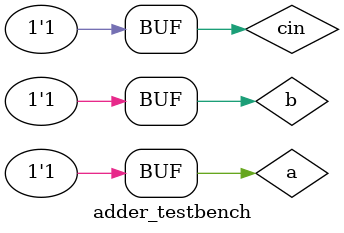
<source format=sv>
/*

Testbench code for the adder module

*/

module adder_testbench();
    logic a, b, cin, s, cout;

    adder dut(.a, .b, .cin, .s, .cout);

    initial begin
        $dumpfile("testbench_vcd/adder_testbench.vcd");
        $dumpvars(0, adder_testbench);
        a = 0; b = 0; cin = 0; #10;
        a = 0; b = 0; cin = 1; #10;
        a = 0; b = 1; cin = 0; #10;
        a = 0; b = 1; cin = 1; #10;
        a = 1; b = 0; cin = 0; #10;
        a = 1; b = 0; cin = 1; #10;
        a = 1; b = 1; cin = 0; #10;
        a = 1; b = 1; cin = 1; #10;
    end
endmodule
</source>
